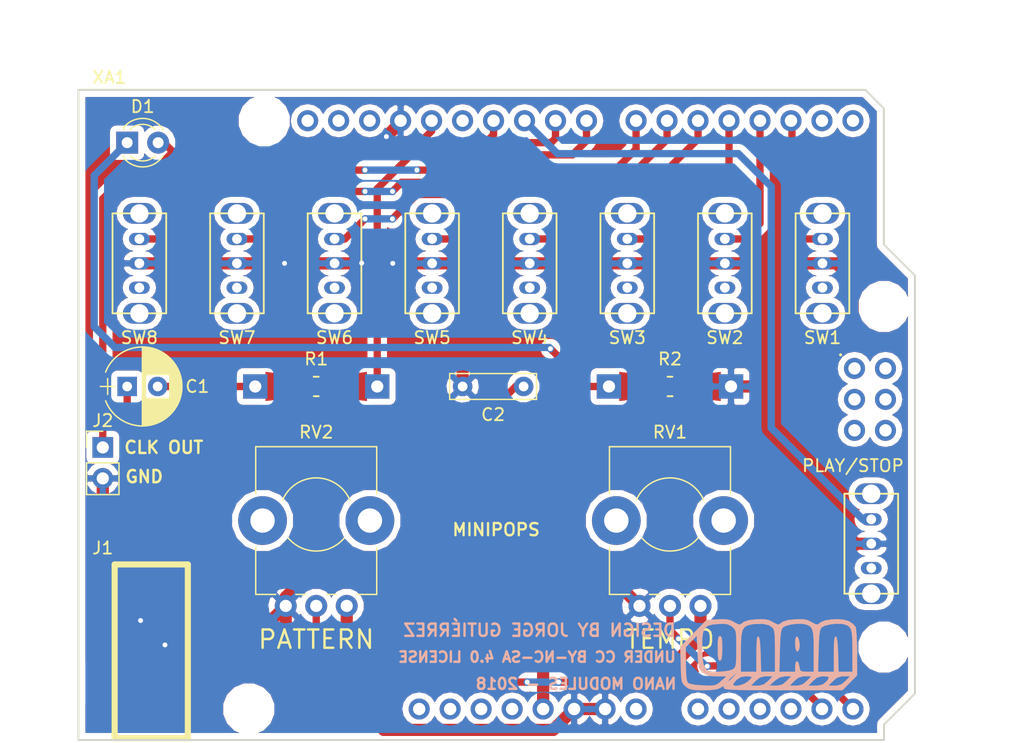
<source format=kicad_pcb>
(kicad_pcb (version 4) (host pcbnew 4.0.7)
  (layers (0 F.Cu signal) (31 B.Cu signal) (36 B.SilkS user) (37 F.SilkS user) (38 B.Mask user) (39 F.Mask user) (44 Edge.Cuts user))
  (net 0 "")
  (net 1 "Net-(C1-Pad1)")
  (net 2 "Net-(C1-Pad2)")
  (net 3 GND)
  (net 4 "Net-(D1-Pad1)")
  (net 5 /CLK_OUT)
  (net 6 /A_OUT)
  (net 7 /TEMPO)
  (net 8 +5V)
  (net 9 /PATTERN)
  (net 10 /SW1)
  (net 11 /SW2)
  (net 12 /SW3)
  (net 13 /SW4)
  (net 14 /SW5)
  (net 15 /SW6)
  (net 16 /SW7)
  (net 17 /SW8)
  (net 18 /SW9)
  (module Capacitors_THT:CP_Radial_D6.3mm_P2.50mm (layer F.Cu) (at 151 51)
    (fp_text reference C1 (at 5.75 0) (layer F.SilkS))
    (fp_text value 10uF)
    (pad 1 thru_hole rect (at 0 0) (size 1.6 1.6) (drill 0.8) (layers *.Cu *.Mask) (net 1 "Net-(C1-Pad1)"))
    (pad 2 thru_hole circle (at 2.5 0) (size 1.6 1.6) (drill 0.8) (layers *.Cu *.Mask) (net 2 "Net-(C1-Pad2)"))
  )
  (module Capacitors_THT:C_Rect_L7.0mm_W2.0mm_P5.00mm (layer F.Cu) (at 183.5 51 180)
    (fp_text reference C2 (at 2.5 -2.31 180) (layer F.SilkS))
    (fp_text value 100nF)
    (pad 1 thru_hole circle (at 0 0 180) (size 1.6 1.6) (drill 0.8) (layers *.Cu *.Mask) (net 2 "Net-(C1-Pad2)"))
    (pad 2 thru_hole circle (at 5 0 180) (size 1.6 1.6) (drill 0.8) (layers *.Cu *.Mask) (net 3 GND))
  )
  (module LEDs:LED_D3.0mm (layer F.Cu) (at 151 31)
    (fp_text reference D1 (at 1.27 -2.96) (layer F.SilkS))
    (fp_text value LED)
    (pad 1 thru_hole rect (at 0 0) (size 1.8 1.8) (drill 0.9) (layers *.Cu *.Mask) (net 4 "Net-(D1-Pad1)"))
    (pad 2 thru_hole circle (at 2.54 0) (size 1.8 1.8) (drill 0.9) (layers *.Cu *.Mask) (net 5 /CLK_OUT))
  )
  (module Nano:Jack-CUI (layer F.Cu) (at 152.975 65.6 270)
    (fp_text reference J1 (at -1.35 3.975 360) (layer F.SilkS))
    (fp_text value Jack)
    (pad 3 smd rect (at 11.75 -3.75 270) (size 2.5 3) (layers F.Cu F.Mask) (net 3 GND))
    (pad 2 smd rect (at 2.25 -3.75 270) (size 2.5 3) (layers F.Cu F.Mask) (net 1 "Net-(C1-Pad1)"))
    (pad 1 smd rect (at 9.75 3.75 270) (size 2.5 3) (layers F.Cu F.Mask) (net 1 "Net-(C1-Pad1)"))
    (pad "" smd rect (at -1.5 0.75 270) (size 3 2.5) (layers F.Cu F.Mask))
  )
  (module Pin_Headers:Pin_Header_Straight_1x02_Pitch2.54mm (layer F.Cu) (at 149 56)
    (fp_text reference J2 (at 0 -2.2) (layer F.SilkS))
    (fp_text value Conn_01x02)
    (pad 1 thru_hole rect (at 0 0) (size 1.7 1.7) (drill 1) (layers *.Cu *.Mask) (net 5 /CLK_OUT))
    (pad 2 thru_hole oval (at 0 2.54) (size 1.7 1.7) (drill 1) (layers *.Cu *.Mask) (net 3 GND))
  )
  (module Resistors_Universal:Resistor_SMD+THTuniversal_0805to1206_RM10_HandSoldering (layer F.Cu) (at 166.5 51)
    (fp_text reference R1 (at 0 -2.25) (layer F.SilkS))
    (fp_text value 1k)
    (pad 1 smd trapezoid (at -2.413 0) (size 3.50012 1.99898) (rect_delta 0.39878 0) (layers F.Cu F.Mask) (net 2 "Net-(C1-Pad2)"))
    (pad 2 smd trapezoid (at 2.413 0 180) (size 3.50012 1.99898) (rect_delta 0.39878 0) (layers F.Cu F.Mask) (net 6 /A_OUT))
    (pad 1 thru_hole rect (at -5.00126 0 180) (size 1.99898 1.99898) (drill 1.00076) (layers *.Cu *.Mask) (net 2 "Net-(C1-Pad2)"))
    (pad 2 thru_hole rect (at 5.00126 0 180) (size 1.99898 1.99898) (drill 1.00076) (layers *.Cu *.Mask) (net 6 /A_OUT))
  )
  (module Resistors_Universal:Resistor_SMD+THTuniversal_0805to1206_RM10_HandSoldering (layer F.Cu) (at 195.5 51 180)
    (fp_text reference R2 (at 0 2.25 180) (layer F.SilkS))
    (fp_text value 1k)
    (pad 1 smd trapezoid (at -2.413 0 180) (size 3.50012 1.99898) (rect_delta 0.39878 0) (layers F.Cu F.Mask) (net 3 GND))
    (pad 2 smd trapezoid (at 2.413 0) (size 3.50012 1.99898) (rect_delta 0.39878 0) (layers F.Cu F.Mask) (net 4 "Net-(D1-Pad1)"))
    (pad 1 thru_hole rect (at -5.00126 0) (size 1.99898 1.99898) (drill 1.00076) (layers *.Cu *.Mask) (net 3 GND))
    (pad 2 thru_hole rect (at 5.00126 0) (size 1.99898 1.99898) (drill 1.00076) (layers *.Cu *.Mask) (net 4 "Net-(D1-Pad1)"))
  )
  (module Potentiometers:Potentiometer_Alps_RK09K_Horizontal (layer F.Cu) (at 198 69 90)
    (fp_text reference RV1 (at 14.25 -2.5 180) (layer F.SilkS))
    (fp_text value POT)
    (pad 3 thru_hole circle (at 0 -5 90) (size 1.8 1.8) (drill 1) (layers *.Cu *.Mask) (net 3 GND))
    (pad 2 thru_hole circle (at 0 -2.5 90) (size 1.8 1.8) (drill 1) (layers *.Cu *.Mask) (net 7 /TEMPO))
    (pad 1 thru_hole circle (at 0 0 90) (size 1.8 1.8) (drill 1) (layers *.Cu *.Mask) (net 8 +5V))
    (pad 0 np_thru_hole circle (at 7 -6.9 90) (size 4 4) (drill 2) (layers *.Cu *.Mask))
    (pad 0 np_thru_hole circle (at 7 1.9 90) (size 4 4) (drill 2) (layers *.Cu *.Mask))
  )
  (module Potentiometers:Potentiometer_Alps_RK09K_Horizontal (layer F.Cu) (at 169 69 90)
    (fp_text reference RV2 (at 14.25 -2.5 180) (layer F.SilkS))
    (fp_text value POT)
    (pad 3 thru_hole circle (at 0 -5 90) (size 1.8 1.8) (drill 1) (layers *.Cu *.Mask) (net 3 GND))
    (pad 2 thru_hole circle (at 0 -2.5 90) (size 1.8 1.8) (drill 1) (layers *.Cu *.Mask) (net 9 /PATTERN))
    (pad 1 thru_hole circle (at 0 0 90) (size 1.8 1.8) (drill 1) (layers *.Cu *.Mask) (net 8 +5V))
    (pad 0 np_thru_hole circle (at 7 -6.9 90) (size 4 4) (drill 2) (layers *.Cu *.Mask))
    (pad 0 np_thru_hole circle (at 7 1.9 90) (size 4 4) (drill 2) (layers *.Cu *.Mask))
  )
  (module Arduino:Arduino_Uno_Shield (layer F.Cu) (at 147 80)
    (fp_text reference XA1 (at 2.54 -54.356) (layer F.SilkS))
    (fp_text value Arduino_Uno_Shield)
    (fp_text user . (at 62.484 -32.004) (layer F.SilkS))
    (pad RST2 thru_hole oval (at 63.627 -25.4) (size 1.7272 1.7272) (drill 1.016) (layers *.Cu *.Mask))
    (pad GND4 thru_hole oval (at 66.167 -25.4) (size 1.7272 1.7272) (drill 1.016) (layers *.Cu *.Mask))
    (pad MOSI thru_hole oval (at 66.167 -27.94) (size 1.7272 1.7272) (drill 1.016) (layers *.Cu *.Mask))
    (pad SCK thru_hole oval (at 63.627 -27.94) (size 1.7272 1.7272) (drill 1.016) (layers *.Cu *.Mask))
    (pad 5V2 thru_hole oval (at 66.167 -30.48) (size 1.7272 1.7272) (drill 1.016) (layers *.Cu *.Mask))
    (pad A0 thru_hole oval (at 50.8 -2.54) (size 1.7272 1.7272) (drill 1.016) (layers *.Cu *.Mask))
    (pad VIN thru_hole oval (at 45.72 -2.54) (size 1.7272 1.7272) (drill 1.016) (layers *.Cu *.Mask))
    (pad GND3 thru_hole oval (at 43.18 -2.54) (size 1.7272 1.7272) (drill 1.016) (layers *.Cu *.Mask) (net 3 GND))
    (pad GND2 thru_hole oval (at 40.64 -2.54) (size 1.7272 1.7272) (drill 1.016) (layers *.Cu *.Mask) (net 3 GND))
    (pad 5V1 thru_hole oval (at 38.1 -2.54) (size 1.7272 1.7272) (drill 1.016) (layers *.Cu *.Mask) (net 8 +5V))
    (pad 3V3 thru_hole oval (at 35.56 -2.54) (size 1.7272 1.7272) (drill 1.016) (layers *.Cu *.Mask))
    (pad RST1 thru_hole oval (at 33.02 -2.54) (size 1.7272 1.7272) (drill 1.016) (layers *.Cu *.Mask))
    (pad IORF thru_hole oval (at 30.48 -2.54) (size 1.7272 1.7272) (drill 1.016) (layers *.Cu *.Mask))
    (pad D0 thru_hole oval (at 63.5 -50.8) (size 1.7272 1.7272) (drill 1.016) (layers *.Cu *.Mask))
    (pad D1 thru_hole oval (at 60.96 -50.8) (size 1.7272 1.7272) (drill 1.016) (layers *.Cu *.Mask))
    (pad D2 thru_hole oval (at 58.42 -50.8) (size 1.7272 1.7272) (drill 1.016) (layers *.Cu *.Mask) (net 10 /SW1))
    (pad D3 thru_hole oval (at 55.88 -50.8) (size 1.7272 1.7272) (drill 1.016) (layers *.Cu *.Mask) (net 11 /SW2))
    (pad D4 thru_hole oval (at 53.34 -50.8) (size 1.7272 1.7272) (drill 1.016) (layers *.Cu *.Mask) (net 12 /SW3))
    (pad D5 thru_hole oval (at 50.8 -50.8) (size 1.7272 1.7272) (drill 1.016) (layers *.Cu *.Mask) (net 13 /SW4))
    (pad D6 thru_hole oval (at 48.26 -50.8) (size 1.7272 1.7272) (drill 1.016) (layers *.Cu *.Mask) (net 14 /SW5))
    (pad D7 thru_hole oval (at 45.72 -50.8) (size 1.7272 1.7272) (drill 1.016) (layers *.Cu *.Mask) (net 15 /SW6))
    (pad GND1 thru_hole oval (at 26.416 -50.8) (size 1.7272 1.7272) (drill 1.016) (layers *.Cu *.Mask) (net 3 GND))
    (pad D8 thru_hole oval (at 41.656 -50.8) (size 1.7272 1.7272) (drill 1.016) (layers *.Cu *.Mask) (net 16 /SW7))
    (pad D9 thru_hole oval (at 39.116 -50.8) (size 1.7272 1.7272) (drill 1.016) (layers *.Cu *.Mask) (net 17 /SW8))
    (pad D10 thru_hole oval (at 36.576 -50.8) (size 1.7272 1.7272) (drill 1.016) (layers *.Cu *.Mask) (net 18 /SW9))
    (pad "" np_thru_hole circle (at 66.04 -7.62) (size 3.2 3.2) (drill 3.2) (layers *.Cu *.Mask))
    (pad "" np_thru_hole circle (at 66.04 -35.56) (size 3.2 3.2) (drill 3.2) (layers *.Cu *.Mask))
    (pad "" np_thru_hole circle (at 15.24 -50.8) (size 3.2 3.2) (drill 3.2) (layers *.Cu *.Mask))
    (pad "" np_thru_hole circle (at 13.97 -2.54) (size 3.2 3.2) (drill 3.2) (layers *.Cu *.Mask))
    (pad SCL thru_hole oval (at 18.796 -50.8) (size 1.7272 1.7272) (drill 1.016) (layers *.Cu *.Mask))
    (pad SDA thru_hole oval (at 21.336 -50.8) (size 1.7272 1.7272) (drill 1.016) (layers *.Cu *.Mask))
    (pad AREF thru_hole oval (at 23.876 -50.8) (size 1.7272 1.7272) (drill 1.016) (layers *.Cu *.Mask))
    (pad D13 thru_hole oval (at 28.956 -50.8) (size 1.7272 1.7272) (drill 1.016) (layers *.Cu *.Mask) (net 5 /CLK_OUT))
    (pad D12 thru_hole oval (at 31.496 -50.8) (size 1.7272 1.7272) (drill 1.016) (layers *.Cu *.Mask))
    (pad D11 thru_hole oval (at 34.036 -50.8) (size 1.7272 1.7272) (drill 1.016) (layers *.Cu *.Mask) (net 6 /A_OUT))
    (pad "" thru_hole oval (at 27.94 -2.54) (size 1.7272 1.7272) (drill 1.016) (layers *.Cu *.Mask))
    (pad A1 thru_hole oval (at 53.34 -2.54) (size 1.7272 1.7272) (drill 1.016) (layers *.Cu *.Mask))
    (pad A2 thru_hole oval (at 55.88 -2.54) (size 1.7272 1.7272) (drill 1.016) (layers *.Cu *.Mask))
    (pad A3 thru_hole oval (at 58.42 -2.54) (size 1.7272 1.7272) (drill 1.016) (layers *.Cu *.Mask))
    (pad A4 thru_hole oval (at 60.96 -2.54) (size 1.7272 1.7272) (drill 1.016) (layers *.Cu *.Mask) (net 9 /PATTERN))
    (pad A5 thru_hole oval (at 63.5 -2.54) (size 1.7272 1.7272) (drill 1.016) (layers *.Cu *.Mask) (net 7 /TEMPO))
    (pad MISO thru_hole oval (at 63.627 -30.48) (size 1.7272 1.7272) (drill 1.016) (layers *.Cu *.Mask))
  )
  (module NANO-FOOTPRINTS:SlideSwitch (layer F.Cu) (at 208 45)
    (fp_text reference SW1 (at 0 2) (layer F.SilkS))
    (fp_text value _)
    (pad "" np_thru_hole oval (at 0 -8.2) (size 2.7 1.7) (drill 1.5) (layers *.Cu *.Mask))
    (pad 1 thru_hole oval (at 0 -6.1) (size 1.7 1) (drill 0.8) (layers *.Cu *.Mask) (net 10 /SW1))
    (pad 2 thru_hole oval (at 0 -4.1) (size 1.7 1) (drill 0.8) (layers *.Cu *.Mask) (net 3 GND))
    (pad 3 thru_hole oval (at 0 -2.1) (size 1.7 1) (drill 0.8) (layers *.Cu *.Mask))
    (pad "" np_thru_hole oval (at 0 0) (size 2.7 1.7) (drill 1.5) (layers *.Cu *.Mask))
  )
  (module NANO-FOOTPRINTS:SlideSwitch (layer F.Cu) (at 200 45)
    (fp_text reference SW2 (at 0 2) (layer F.SilkS))
    (fp_text value _)
    (pad "" np_thru_hole oval (at 0 -8.2) (size 2.7 1.7) (drill 1.5) (layers *.Cu *.Mask))
    (pad 1 thru_hole oval (at 0 -6.1) (size 1.7 1) (drill 0.8) (layers *.Cu *.Mask) (net 11 /SW2))
    (pad 2 thru_hole oval (at 0 -4.1) (size 1.7 1) (drill 0.8) (layers *.Cu *.Mask) (net 3 GND))
    (pad 3 thru_hole oval (at 0 -2.1) (size 1.7 1) (drill 0.8) (layers *.Cu *.Mask))
    (pad "" np_thru_hole oval (at 0 0) (size 2.7 1.7) (drill 1.5) (layers *.Cu *.Mask))
  )
  (module NANO-FOOTPRINTS:SlideSwitch (layer F.Cu) (at 192 45)
    (fp_text reference SW3 (at 0 2) (layer F.SilkS))
    (fp_text value _)
    (pad "" np_thru_hole oval (at 0 -8.2) (size 2.7 1.7) (drill 1.5) (layers *.Cu *.Mask))
    (pad 1 thru_hole oval (at 0 -6.1) (size 1.7 1) (drill 0.8) (layers *.Cu *.Mask) (net 12 /SW3))
    (pad 2 thru_hole oval (at 0 -4.1) (size 1.7 1) (drill 0.8) (layers *.Cu *.Mask) (net 3 GND))
    (pad 3 thru_hole oval (at 0 -2.1) (size 1.7 1) (drill 0.8) (layers *.Cu *.Mask))
    (pad "" np_thru_hole oval (at 0 0) (size 2.7 1.7) (drill 1.5) (layers *.Cu *.Mask))
  )
  (module NANO-FOOTPRINTS:SlideSwitch (layer F.Cu) (at 184 45)
    (fp_text reference SW4 (at 0 2) (layer F.SilkS))
    (fp_text value _)
    (pad "" np_thru_hole oval (at 0 -8.2) (size 2.7 1.7) (drill 1.5) (layers *.Cu *.Mask))
    (pad 1 thru_hole oval (at 0 -6.1) (size 1.7 1) (drill 0.8) (layers *.Cu *.Mask) (net 13 /SW4))
    (pad 2 thru_hole oval (at 0 -4.1) (size 1.7 1) (drill 0.8) (layers *.Cu *.Mask) (net 3 GND))
    (pad 3 thru_hole oval (at 0 -2.1) (size 1.7 1) (drill 0.8) (layers *.Cu *.Mask))
    (pad "" np_thru_hole oval (at 0 0) (size 2.7 1.7) (drill 1.5) (layers *.Cu *.Mask))
  )
  (module NANO-FOOTPRINTS:SlideSwitch (layer F.Cu) (at 176 45)
    (fp_text reference SW5 (at 0 2) (layer F.SilkS))
    (fp_text value _)
    (pad "" np_thru_hole oval (at 0 -8.2) (size 2.7 1.7) (drill 1.5) (layers *.Cu *.Mask))
    (pad 1 thru_hole oval (at 0 -6.1) (size 1.7 1) (drill 0.8) (layers *.Cu *.Mask) (net 14 /SW5))
    (pad 2 thru_hole oval (at 0 -4.1) (size 1.7 1) (drill 0.8) (layers *.Cu *.Mask) (net 3 GND))
    (pad 3 thru_hole oval (at 0 -2.1) (size 1.7 1) (drill 0.8) (layers *.Cu *.Mask))
    (pad "" np_thru_hole oval (at 0 0) (size 2.7 1.7) (drill 1.5) (layers *.Cu *.Mask))
  )
  (module NANO-FOOTPRINTS:SlideSwitch (layer F.Cu) (at 168 45)
    (fp_text reference SW6 (at 0 2) (layer F.SilkS))
    (fp_text value _)
    (pad "" np_thru_hole oval (at 0 -8.2) (size 2.7 1.7) (drill 1.5) (layers *.Cu *.Mask))
    (pad 1 thru_hole oval (at 0 -6.1) (size 1.7 1) (drill 0.8) (layers *.Cu *.Mask) (net 15 /SW6))
    (pad 2 thru_hole oval (at 0 -4.1) (size 1.7 1) (drill 0.8) (layers *.Cu *.Mask) (net 3 GND))
    (pad 3 thru_hole oval (at 0 -2.1) (size 1.7 1) (drill 0.8) (layers *.Cu *.Mask))
    (pad "" np_thru_hole oval (at 0 0) (size 2.7 1.7) (drill 1.5) (layers *.Cu *.Mask))
  )
  (module NANO-FOOTPRINTS:SlideSwitch (layer F.Cu) (at 160 45)
    (fp_text reference SW7 (at 0 2) (layer F.SilkS))
    (fp_text value _)
    (pad "" np_thru_hole oval (at 0 -8.2) (size 2.7 1.7) (drill 1.5) (layers *.Cu *.Mask))
    (pad 1 thru_hole oval (at 0 -6.1) (size 1.7 1) (drill 0.8) (layers *.Cu *.Mask) (net 16 /SW7))
    (pad 2 thru_hole oval (at 0 -4.1) (size 1.7 1) (drill 0.8) (layers *.Cu *.Mask) (net 3 GND))
    (pad 3 thru_hole oval (at 0 -2.1) (size 1.7 1) (drill 0.8) (layers *.Cu *.Mask))
    (pad "" np_thru_hole oval (at 0 0) (size 2.7 1.7) (drill 1.5) (layers *.Cu *.Mask))
  )
  (module NANO-FOOTPRINTS:SlideSwitch (layer F.Cu) (at 152 45)
    (fp_text reference SW8 (at 0 2) (layer F.SilkS))
    (fp_text value _)
    (pad "" np_thru_hole oval (at 0 -8.2) (size 2.7 1.7) (drill 1.5) (layers *.Cu *.Mask))
    (pad 1 thru_hole oval (at 0 -6.1) (size 1.7 1) (drill 0.8) (layers *.Cu *.Mask) (net 17 /SW8))
    (pad 2 thru_hole oval (at 0 -4.1) (size 1.7 1) (drill 0.8) (layers *.Cu *.Mask) (net 3 GND))
    (pad 3 thru_hole oval (at 0 -2.1) (size 1.7 1) (drill 0.8) (layers *.Cu *.Mask))
    (pad "" np_thru_hole oval (at 0 0) (size 2.7 1.7) (drill 1.5) (layers *.Cu *.Mask))
  )
  (module NANO-FOOTPRINTS:SlideSwitch (layer F.Cu) (at 212 68)
    (fp_text reference PLAY/STOP (at -1.5 -10.5) (layer F.SilkS))
    (fp_text value _)
    (pad "" np_thru_hole oval (at 0 -8.2) (size 2.7 1.7) (drill 1.5) (layers *.Cu *.Mask))
    (pad 1 thru_hole oval (at 0 -6.1) (size 1.7 1) (drill 0.8) (layers *.Cu *.Mask) (net 18 /SW9))
    (pad 2 thru_hole oval (at 0 -4.1) (size 1.7 1) (drill 0.8) (layers *.Cu *.Mask) (net 3 GND))
    (pad 3 thru_hole oval (at 0 -2.1) (size 1.7 1) (drill 0.8) (layers *.Cu *.Mask))
    (pad "" np_thru_hole oval (at 0 0) (size 2.7 1.7) (drill 1.5) (layers *.Cu *.Mask))
  )
  (module NANO-LOGOS:NANO-LogoMask15mm (layer F.Cu) (at 181 58.75)
    (fp_text reference G*** hide)
    (fp_text value LOGO hide)
  )
  (module NANO-LOGOS:NANO-LogoSilk15mm (layer B.Cu) (at 203.6 73 180)
    (fp_text reference G*** hide)
    (fp_text value LOGO hide)
  )
  (gr_text "GND\n" (at 152.4 58.4) (layer F.SilkS) (effects (font (size 1 1) (thickness 0.2))))
  (gr_text "CLK OUT" (at 154 56) (layer F.SilkS) (effects (font (size 1 1) (thickness 0.2))))
  (gr_text "UNDER CC BY-NC-SA 4.0 LICENSE" (at 184.6 73.2) (layer B.SilkS) (effects (font (size 0.85 0.85) (thickness 0.2)) (justify mirror)))
  (gr_text "NANO MODULES - 2018" (at 187.8 75.4) (layer B.SilkS) (effects (font (size 0.9 0.9) (thickness 0.2)) (justify mirror)))
  (gr_text "DESIGN BY JORGE GUTIÉRREZ" (at 184.8 71) (layer B.SilkS) (effects (font (size 1 1) (thickness 0.2)) (justify mirror)))
  (gr_text MINIPOPS (at 181.25 62.75) (layer F.SilkS) (effects (font (size 1 1) (thickness 0.1875))))
  (gr_text TEMPO (at 195.5 71.75) (layer F.SilkS) (effects (font (size 1.5 1.5) (thickness 0.2))))
  (gr_text PATTERN (at 166.5 71.75) (layer F.SilkS) (effects (font (size 1.5 1.5) (thickness 0.2))))
  (gr_line (start 213.05 80) (end 147 80) (angle 90) (layer Edge.Cuts) (width 0.15))
  (gr_line (start 213.05 78.725) (end 213.05 80) (angle 90) (layer Edge.Cuts) (width 0.15))
  (gr_line (start 215.575 76.2) (end 213.05 78.725) (angle 90) (layer Edge.Cuts) (width 0.15))
  (gr_line (start 215.575 41.9) (end 215.575 76.2) (angle 90) (layer Edge.Cuts) (width 0.15))
  (gr_line (start 213.025 39.35) (end 215.575 41.9) (angle 90) (layer Edge.Cuts) (width 0.15))
  (gr_line (start 213.025 28.175) (end 213.025 39.35) (angle 90) (layer Edge.Cuts) (width 0.15))
  (gr_line (start 211.525 26.675) (end 213.025 28.175) (angle 90) (layer Edge.Cuts) (width 0.15))
  (gr_line (start 147 26.675) (end 211.525 26.675) (angle 90) (layer Edge.Cuts) (width 0.15))
  (gr_line (start 147 26.7) (end 147 26.675) (angle 90) (layer Edge.Cuts) (width 0.15))
  (gr_line (start 147 80) (end 147 26.7) (angle 90) (layer Edge.Cuts) (width 0.15))
  (segment (start 156.725 67.85) (end 156.725 59.95) (width 0.6) (layer F.Cu) (net 1))
  (segment (start 151 54.225) (end 151 51) (width 0.6) (layer F.Cu) (net 1))
  (segment (start 156.725 59.95) (end 151 54.225) (width 0.6) (layer F.Cu) (net 1))
  (segment (start 149.225 75.35) (end 156.725 67.85) (width 0.6) (layer F.Cu) (net 1))
  (segment (start 183.5 51) (end 182.85 51) (width 0.6) (layer F.Cu) (net 2))
  (segment (start 182.85 51) (end 179.925 53.925) (width 0.6) (layer F.Cu) (net 2))
  (segment (start 179.925 53.925) (end 167.012 53.925) (width 0.6) (layer F.Cu) (net 2))
  (segment (start 167.012 53.925) (end 164.087 51) (width 0.6) (layer F.Cu) (net 2))
  (segment (start 164.087 51) (end 161.49874 51) (width 0.6) (layer F.Cu) (net 2))
  (segment (start 153.5 51) (end 161.49874 51) (width 0.6) (layer F.Cu) (net 2))
  (segment (start 200.50126 51) (end 205.825 51) (width 1) (layer F.Cu) (net 3))
  (segment (start 205.825 51) (end 207.825 49) (width 1) (layer F.Cu) (net 3))
  (segment (start 178.5 51) (end 178.5 46.6) (width 1) (layer F.Cu) (net 3))
  (segment (start 180 45.1) (end 180 40.9) (width 1) (layer F.Cu) (net 3))
  (segment (start 178.5 46.6) (end 180 45.1) (width 1) (layer F.Cu) (net 3))
  (segment (start 149 58.54) (end 149 67.1) (width 1) (layer F.Cu) (net 3))
  (segment (start 156.725 74.825) (end 156.725 77.35) (width 1) (layer F.Cu) (net 3))
  (segment (start 154.1 72.2) (end 156.725 74.825) (width 1) (layer F.Cu) (net 3))
  (via (at 154.1 72.2) (size 0.6) (drill 0.4) (layers F.Cu B.Cu) (net 3))
  (segment (start 152.1 70.2) (end 154.1 72.2) (width 1) (layer B.Cu) (net 3))
  (via (at 152.1 70.2) (size 0.6) (drill 0.4) (layers F.Cu B.Cu) (net 3))
  (segment (start 149 67.1) (end 152.1 70.2) (width 1) (layer F.Cu) (net 3))
  (segment (start 160 40.9) (end 163.9 40.9) (width 1) (layer F.Cu) (net 3))
  (segment (start 163.9 40.9) (end 168 40.9) (width 1) (layer F.Cu) (net 3))
  (segment (start 173.416 29.2) (end 173.416 29.334) (width 1) (layer F.Cu) (net 3))
  (segment (start 173.416 29.334) (end 172.25 30.5) (width 1) (layer F.Cu) (net 3))
  (via (at 163.9 40.9) (size 0.6) (drill 0.4) (layers F.Cu B.Cu) (net 3))
  (segment (start 163.9 36.1) (end 163.9 40.9) (width 1) (layer B.Cu) (net 3))
  (segment (start 168.5 31.5) (end 163.9 36.1) (width 1) (layer B.Cu) (net 3))
  (segment (start 171.25 31.5) (end 168.5 31.5) (width 1) (layer B.Cu) (net 3))
  (segment (start 172.25 30.5) (end 171.25 31.5) (width 1) (layer B.Cu) (net 3))
  (via (at 172.25 30.5) (size 0.6) (drill 0.4) (layers F.Cu B.Cu) (net 3))
  (segment (start 200 40.9) (end 208 40.9) (width 1) (layer F.Cu) (net 3))
  (segment (start 176 40.9) (end 172.775 40.9) (width 1) (layer F.Cu) (net 3))
  (via (at 172.775 40.9) (size 0.6) (drill 0.4) (layers F.Cu B.Cu) (net 3))
  (segment (start 172.775 40.9) (end 172.75 40.875) (width 1) (layer B.Cu) (net 3))
  (segment (start 172.75 40.875) (end 170.225 40.875) (width 1) (layer B.Cu) (net 3))
  (via (at 170.225 40.875) (size 0.6) (drill 0.4) (layers F.Cu B.Cu) (net 3))
  (segment (start 170.225 40.875) (end 170.2 40.9) (width 1) (layer F.Cu) (net 3))
  (segment (start 170.2 40.9) (end 163.9 40.9) (width 1) (layer F.Cu) (net 3))
  (segment (start 160 40.9) (end 152 40.9) (width 1) (layer F.Cu) (net 3))
  (segment (start 192 40.9) (end 184 40.9) (width 1) (layer F.Cu) (net 3))
  (segment (start 184 40.9) (end 180 40.9) (width 1) (layer F.Cu) (net 3))
  (segment (start 180 40.9) (end 176 40.9) (width 1) (layer F.Cu) (net 3))
  (segment (start 210.75 63.9) (end 210.725 63.9) (width 1) (layer F.Cu) (net 3))
  (segment (start 210.725 63.9) (end 207.825 61) (width 1) (layer F.Cu) (net 3))
  (segment (start 207.825 61) (end 207.825 49) (width 1) (layer F.Cu) (net 3))
  (segment (start 209.15 40.9) (end 200 40.9) (width 1) (layer F.Cu) (net 3))
  (segment (start 207.825 49) (end 210.475 46.35) (width 1) (layer F.Cu) (net 3))
  (segment (start 210.475 46.35) (end 210.475 42.225) (width 1) (layer F.Cu) (net 3))
  (segment (start 210.475 42.225) (end 209.15 40.9) (width 1) (layer F.Cu) (net 3))
  (segment (start 200 40.9) (end 192 40.9) (width 1) (layer F.Cu) (net 3))
  (segment (start 197.913 51) (end 200.50126 51) (width 1) (layer F.Cu) (net 3))
  (segment (start 164 69) (end 164 71.125) (width 1) (layer F.Cu) (net 3))
  (segment (start 185.925 79.175) (end 187.64 77.46) (width 1) (layer F.Cu) (net 3))
  (segment (start 172.05 79.175) (end 185.925 79.175) (width 1) (layer F.Cu) (net 3))
  (segment (start 164 71.125) (end 172.05 79.175) (width 1) (layer F.Cu) (net 3))
  (segment (start 187.64 77.46) (end 190.18 77.46) (width 1) (layer F.Cu) (net 3))
  (segment (start 155.75 76.75) (end 156.25 76.75) (width 1) (layer F.Cu) (net 3))
  (segment (start 156.25 76.75) (end 164 69) (width 1) (layer F.Cu) (net 3))
  (segment (start 190.675 66.675) (end 207.975 66.675) (width 1) (layer F.Cu) (net 3))
  (segment (start 210.75 63.9) (end 212 63.9) (width 1) (layer F.Cu) (net 3))
  (segment (start 207.975 66.675) (end 210.75 63.9) (width 1) (layer F.Cu) (net 3))
  (segment (start 164 69) (end 164 68.275) (width 1) (layer F.Cu) (net 3))
  (segment (start 164 68.275) (end 165.6 66.675) (width 1) (layer F.Cu) (net 3))
  (segment (start 165.6 66.675) (end 190.675 66.675) (width 1) (layer F.Cu) (net 3))
  (segment (start 190.675 66.675) (end 193 69) (width 1) (layer F.Cu) (net 3))
  (segment (start 190.49874 51) (end 188.8 51) (width 0.6) (layer F.Cu) (net 4))
  (segment (start 148.3 33.7) (end 151 31) (width 0.6) (layer B.Cu) (net 4))
  (segment (start 148.3 46.1) (end 148.3 33.7) (width 0.6) (layer B.Cu) (net 4))
  (segment (start 150 47.8) (end 148.3 46.1) (width 0.6) (layer B.Cu) (net 4))
  (segment (start 185.6 47.8) (end 150 47.8) (width 0.6) (layer B.Cu) (net 4))
  (segment (start 185.7 47.9) (end 185.6 47.8) (width 0.6) (layer B.Cu) (net 4))
  (via (at 185.7 47.9) (size 0.6) (drill 0.4) (layers F.Cu B.Cu) (net 4))
  (segment (start 188.8 51) (end 185.7 47.9) (width 0.6) (layer F.Cu) (net 4))
  (segment (start 193.087 51) (end 190.49874 51) (width 0.6) (layer F.Cu) (net 4))
  (segment (start 149 56) (end 149 35.6) (width 0.6) (layer F.Cu) (net 5))
  (segment (start 153 33.5) (end 154.75 31.75) (width 0.6) (layer F.Cu) (net 5))
  (segment (start 151.1 33.5) (end 153 33.5) (width 0.6) (layer F.Cu) (net 5))
  (segment (start 149 35.6) (end 151.1 33.5) (width 0.6) (layer F.Cu) (net 5))
  (segment (start 153.54 31) (end 154 31) (width 0.6) (layer F.Cu) (net 5))
  (segment (start 154 31) (end 154.75 31.75) (width 0.6) (layer F.Cu) (net 5))
  (segment (start 154.75 31.75) (end 172.75 31.75) (width 0.6) (layer F.Cu) (net 5))
  (segment (start 172.75 31.75) (end 173.75 30.75) (width 0.6) (layer F.Cu) (net 5))
  (segment (start 173.75 30.75) (end 175.25 30.75) (width 0.6) (layer F.Cu) (net 5))
  (segment (start 175.25 30.75) (end 175.956 30.044) (width 0.6) (layer F.Cu) (net 5))
  (segment (start 175.956 30.044) (end 175.956 29.2) (width 0.6) (layer F.Cu) (net 5))
  (segment (start 171.50126 51) (end 171.50126 34.77374) (width 0.6) (layer F.Cu) (net 6))
  (segment (start 181.036 30.339) (end 181.036 29.2) (width 0.6) (layer F.Cu) (net 6))
  (segment (start 179.6 31.775) (end 181.036 30.339) (width 0.6) (layer F.Cu) (net 6))
  (segment (start 174.5 31.775) (end 179.6 31.775) (width 0.6) (layer F.Cu) (net 6))
  (segment (start 171.50126 34.77374) (end 174.5 31.775) (width 0.6) (layer F.Cu) (net 6))
  (segment (start 168.913 51) (end 171.50126 51) (width 0.6) (layer F.Cu) (net 6))
  (segment (start 195.5 69) (end 195.5 71) (width 0.6) (layer F.Cu) (net 7))
  (segment (start 206.965 73.925) (end 210.5 77.46) (width 0.6) (layer F.Cu) (net 7))
  (segment (start 198.575 73.925) (end 206.965 73.925) (width 0.6) (layer F.Cu) (net 7))
  (segment (start 198.55 73.95) (end 198.575 73.925) (width 0.6) (layer F.Cu) (net 7))
  (via (at 198.55 73.95) (size 0.6) (drill 0.4) (layers F.Cu B.Cu) (net 7))
  (segment (start 198.45 73.95) (end 198.55 73.95) (width 0.6) (layer B.Cu) (net 7))
  (segment (start 196.2 71.7) (end 198.45 73.95) (width 0.6) (layer B.Cu) (net 7))
  (via (at 196.2 71.7) (size 0.6) (drill 0.4) (layers F.Cu B.Cu) (net 7))
  (segment (start 195.5 71) (end 196.2 71.7) (width 0.6) (layer F.Cu) (net 7))
  (segment (start 185.1 73.95) (end 171.275 73.95) (width 1) (layer F.Cu) (net 8))
  (segment (start 169 71.675) (end 169 69) (width 1) (layer F.Cu) (net 8))
  (segment (start 171.275 73.95) (end 169 71.675) (width 1) (layer F.Cu) (net 8))
  (segment (start 185.1 77.46) (end 185.1 73.95) (width 1) (layer F.Cu) (net 8))
  (segment (start 185.1 73.95) (end 185.1 73.925) (width 1) (layer F.Cu) (net 8))
  (segment (start 198 71.575) (end 198 69) (width 1) (layer F.Cu) (net 8))
  (segment (start 195.65 73.925) (end 198 71.575) (width 1) (layer F.Cu) (net 8))
  (segment (start 191.1 73.925) (end 195.65 73.925) (width 1) (layer F.Cu) (net 8))
  (segment (start 185.1 73.925) (end 191.1 73.925) (width 1) (layer F.Cu) (net 8))
  (segment (start 166.5 69) (end 166.5 70.95) (width 0.6) (layer F.Cu) (net 9))
  (segment (start 205.875 75.25) (end 207.96 77.335) (width 0.6) (layer F.Cu) (net 9))
  (segment (start 204.35 75.25) (end 205.875 75.25) (width 0.6) (layer F.Cu) (net 9))
  (segment (start 198.575 75.25) (end 204.35 75.25) (width 0.6) (layer F.Cu) (net 9))
  (segment (start 186.375 75.25) (end 198.575 75.25) (width 0.6) (layer F.Cu) (net 9))
  (via (at 186.375 75.25) (size 0.6) (drill 0.4) (layers F.Cu B.Cu) (net 9))
  (segment (start 183.8 75.25) (end 186.375 75.25) (width 0.6) (layer B.Cu) (net 9))
  (via (at 183.8 75.25) (size 0.6) (drill 0.4) (layers F.Cu B.Cu) (net 9))
  (segment (start 170.8 75.25) (end 183.8 75.25) (width 0.6) (layer F.Cu) (net 9))
  (segment (start 166.5 70.95) (end 170.8 75.25) (width 0.6) (layer F.Cu) (net 9))
  (segment (start 207.96 77.335) (end 207.96 77.46) (width 0.6) (layer F.Cu) (net 9))
  (segment (start 208 38.9) (end 206.4 38.9) (width 0.6) (layer F.Cu) (net 10))
  (segment (start 205.5 38) (end 205.5 29.28) (width 0.6) (layer F.Cu) (net 10))
  (segment (start 206.4 38.9) (end 205.5 38) (width 0.6) (layer F.Cu) (net 10))
  (segment (start 205.5 29.28) (end 205.42 29.2) (width 0.6) (layer F.Cu) (net 10))
  (segment (start 200 38.9) (end 201.6 38.9) (width 0.6) (layer F.Cu) (net 11))
  (segment (start 202.88 37.62) (end 202.88 29.2) (width 0.6) (layer F.Cu) (net 11))
  (segment (start 201.6 38.9) (end 202.88 37.62) (width 0.6) (layer F.Cu) (net 11))
  (segment (start 200.34 29.2) (end 200.34 33.66) (width 0.6) (layer F.Cu) (net 12))
  (segment (start 195.1 38.9) (end 192 38.9) (width 0.6) (layer F.Cu) (net 12))
  (segment (start 200.34 33.66) (end 195.1 38.9) (width 0.6) (layer F.Cu) (net 12))
  (segment (start 197.8 29.2) (end 197.8 30.7) (width 0.6) (layer F.Cu) (net 13))
  (segment (start 186.6 38.9) (end 184 38.9) (width 0.6) (layer F.Cu) (net 13))
  (segment (start 190.5 35) (end 186.6 38.9) (width 0.6) (layer F.Cu) (net 13))
  (segment (start 193.5 35) (end 190.5 35) (width 0.6) (layer F.Cu) (net 13))
  (segment (start 197.8 30.7) (end 193.5 35) (width 0.6) (layer F.Cu) (net 13))
  (segment (start 176 38.9) (end 179.1 38.9) (width 0.6) (layer F.Cu) (net 14))
  (segment (start 195.26 30.74) (end 195.26 29.2) (width 0.6) (layer F.Cu) (net 14))
  (segment (start 192 34) (end 195.26 30.74) (width 0.6) (layer F.Cu) (net 14))
  (segment (start 184 34) (end 192 34) (width 0.6) (layer F.Cu) (net 14))
  (segment (start 179.1 38.9) (end 184 34) (width 0.6) (layer F.Cu) (net 14))
  (segment (start 192.72 29.2) (end 192.72 31.53) (width 0.6) (layer F.Cu) (net 15))
  (segment (start 170.5 37.25) (end 168.85 38.9) (width 0.6) (layer F.Cu) (net 15))
  (via (at 170.5 37.25) (size 0.6) (drill 0.4) (layers F.Cu B.Cu) (net 15))
  (segment (start 172.75 37.25) (end 170.5 37.25) (width 0.6) (layer B.Cu) (net 15))
  (via (at 172.75 37.25) (size 0.6) (drill 0.4) (layers F.Cu B.Cu) (net 15))
  (segment (start 174.75 35.25) (end 172.75 37.25) (width 0.6) (layer F.Cu) (net 15))
  (segment (start 181.25 35.25) (end 174.75 35.25) (width 0.6) (layer F.Cu) (net 15))
  (segment (start 183.5 33) (end 181.25 35.25) (width 0.6) (layer F.Cu) (net 15))
  (segment (start 191.25 33) (end 183.5 33) (width 0.6) (layer F.Cu) (net 15))
  (segment (start 192.72 31.53) (end 191.25 33) (width 0.6) (layer F.Cu) (net 15))
  (segment (start 168.85 38.9) (end 168 38.9) (width 0.6) (layer F.Cu) (net 15))
  (segment (start 160 38.9) (end 162.85 38.9) (width 0.6) (layer F.Cu) (net 16))
  (segment (start 188.656 30.844) (end 188.656 29.2) (width 0.6) (layer F.Cu) (net 16))
  (segment (start 187.5 32) (end 188.656 30.844) (width 0.6) (layer F.Cu) (net 16))
  (segment (start 183 32) (end 187.5 32) (width 0.6) (layer F.Cu) (net 16))
  (segment (start 180.75 34.25) (end 183 32) (width 0.6) (layer F.Cu) (net 16))
  (segment (start 173.5 34.25) (end 180.75 34.25) (width 0.6) (layer F.Cu) (net 16))
  (segment (start 172.75 35) (end 173.5 34.25) (width 0.6) (layer F.Cu) (net 16))
  (via (at 172.75 35) (size 0.6) (drill 0.4) (layers F.Cu B.Cu) (net 16))
  (segment (start 170.5 35) (end 172.75 35) (width 0.6) (layer B.Cu) (net 16))
  (via (at 170.5 35) (size 0.6) (drill 0.4) (layers F.Cu B.Cu) (net 16))
  (segment (start 166.75 35) (end 170.5 35) (width 0.6) (layer F.Cu) (net 16))
  (segment (start 162.85 38.9) (end 166.75 35) (width 0.6) (layer F.Cu) (net 16))
  (segment (start 170.5 33.25) (end 160.75 33.25) (width 0.6) (layer F.Cu) (net 17))
  (via (at 170.5 33.25) (size 0.6) (drill 0.4) (layers F.Cu B.Cu) (net 17))
  (segment (start 174.75 33.25) (end 170.5 33.25) (width 0.6) (layer B.Cu) (net 17))
  (via (at 174.75 33.25) (size 0.6) (drill 0.4) (layers F.Cu B.Cu) (net 17))
  (segment (start 180.25 33.25) (end 174.75 33.25) (width 0.6) (layer F.Cu) (net 17))
  (segment (start 182.5 31) (end 180.25 33.25) (width 0.6) (layer F.Cu) (net 17))
  (segment (start 185.75 31) (end 182.5 31) (width 0.6) (layer F.Cu) (net 17))
  (segment (start 186.116 30.634) (end 185.75 31) (width 0.6) (layer F.Cu) (net 17))
  (segment (start 186.116 29.2) (end 186.116 30.634) (width 0.6) (layer F.Cu) (net 17))
  (segment (start 155.1 38.9) (end 152 38.9) (width 0.6) (layer F.Cu) (net 17))
  (segment (start 160.75 33.25) (end 155.1 38.9) (width 0.6) (layer F.Cu) (net 17))
  (segment (start 212 61.9) (end 211.3 61.9) (width 0.6) (layer B.Cu) (net 18))
  (segment (start 211.3 61.9) (end 203.8 54.4) (width 0.6) (layer B.Cu) (net 18))
  (segment (start 203.8 54.4) (end 203.8 34.6) (width 0.6) (layer B.Cu) (net 18))
  (segment (start 203.8 34.6) (end 201.1 31.9) (width 0.6) (layer B.Cu) (net 18))
  (segment (start 201.1 31.9) (end 186.276 31.9) (width 0.6) (layer B.Cu) (net 18))
  (segment (start 186.276 31.9) (end 183.576 29.2) (width 0.6) (layer B.Cu) (net 18))
  (zone (net 3) (net_name GND) (layer F.Cu) (connect_pads (clearance 0.5)) (min_thickness 0.0254) (fill yes (arc_segments 16) (thermal_gap 0.508) (thermal_bridge_width 0.508) (smoothing fillet) (radius 2))
    (polygon (pts (xy 213.04 28.19) (xy 213.03 39.35) (xy 215.57 41.9) (xy 215.57 76.2) (xy 213.04 78.73) (xy 213.03 80) (xy 147 80) (xy 147.01 26.68) (xy 211.51 26.66)))
  )
  (zone (net 3) (net_name GND) (layer B.Cu) (connect_pads (clearance 0.5)) (min_thickness 0.0254) (fill yes (arc_segments 16) (thermal_gap 0.508) (thermal_bridge_width 0.508) (smoothing fillet) (radius 2))
    (polygon (pts (xy 213.04 28.19) (xy 213.03 39.35) (xy 215.57 41.9) (xy 215.57 76.2) (xy 213.04 78.73) (xy 213.03 80) (xy 147 80) (xy 147.01 26.68) (xy 211.5 26.66)))
  )
)
</source>
